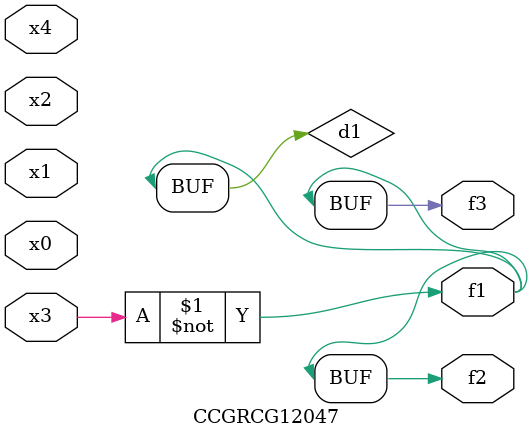
<source format=v>
module CCGRCG12047(
	input x0, x1, x2, x3, x4,
	output f1, f2, f3
);

	wire d1, d2;

	xnor (d1, x3);
	not (d2, x1);
	assign f1 = d1;
	assign f2 = d1;
	assign f3 = d1;
endmodule

</source>
